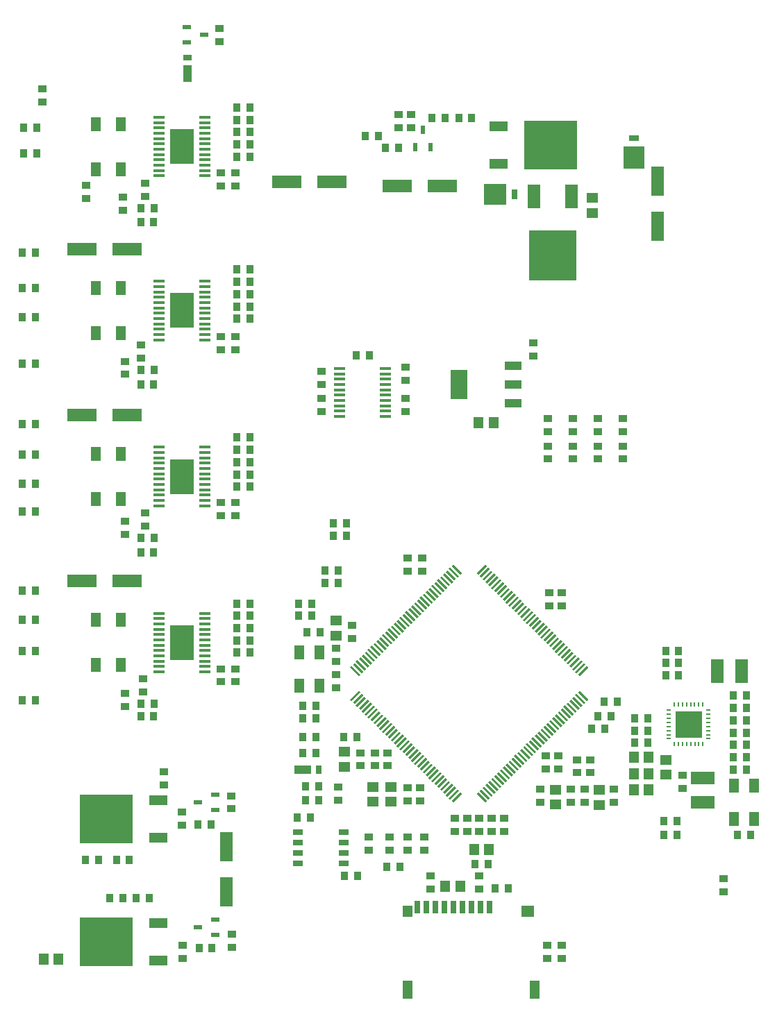
<source format=gtp>
G04 (created by PCBNEW (2013-05-18 BZR 4017)-stable) date Fri 14 Aug 2015 10:59:20 BST*
%MOIN*%
G04 Gerber Fmt 3.4, Leading zero omitted, Abs format*
%FSLAX34Y34*%
G01*
G70*
G90*
G04 APERTURE LIST*
%ADD10C,0.00590551*%
%ADD11R,0.0472X0.0866*%
%ADD12R,0.0472X0.0551*%
%ADD13R,0.063X0.0551*%
%ADD14R,0.0276X0.063*%
%ADD15R,0.063X0.1181*%
%ADD16R,0.2283X0.2441*%
%ADD17R,0.0579X0.0165*%
%ADD18R,0.1181X0.1701*%
%ADD19R,0.0394X0.0236*%
%ADD20R,0.0236X0.0394*%
%ADD21R,0.08X0.144*%
%ADD22R,0.08X0.04*%
%ADD23R,0.1417X0.063*%
%ADD24R,0.063X0.1417*%
%ADD25R,0.0374X0.0394*%
%ADD26R,0.0394X0.0374*%
%ADD27R,0.0453X0.0709*%
%ADD28R,0.0453X0.0571*%
%ADD29R,0.0571X0.0453*%
%ADD30R,0.0906X0.0512*%
%ADD31R,0.2559X0.2323*%
%ADD32R,0.1142X0.0591*%
%ADD33R,0.0591X0.1142*%
%ADD34R,0.0787X0.0433*%
%ADD35R,0.0315X0.0433*%
%ADD36R,0.05X0.025*%
%ADD37R,0.0098X0.0236*%
%ADD38R,0.0236X0.0098*%
%ADD39R,0.1299X0.1299*%
%ADD40R,0.1X0.1051*%
%ADD41R,0.05X0.03*%
%ADD42R,0.1051X0.1*%
%ADD43R,0.03X0.05*%
%ADD44R,0.0472X0.0709*%
%ADD45R,0.0433X0.0787*%
%ADD46R,0.0433X0.0315*%
G04 APERTURE END LIST*
G54D10*
G54D11*
X23030Y2027D03*
X29132Y2027D03*
G54D12*
X23030Y5807D03*
G54D13*
X28778Y5807D03*
G54D14*
X26947Y6004D03*
X26514Y6004D03*
X26081Y6004D03*
X25648Y6004D03*
X25215Y6004D03*
X24782Y6004D03*
X24349Y6004D03*
X23916Y6004D03*
X23483Y6004D03*
G54D15*
X30890Y40115D03*
G54D16*
X29990Y37288D03*
G54D15*
X29090Y40115D03*
G54D17*
X13303Y34515D03*
X13303Y34771D03*
X13303Y35027D03*
X13303Y35283D03*
X11101Y33751D03*
X13303Y33747D03*
X13303Y34003D03*
X13303Y34259D03*
X11099Y35539D03*
X11099Y35283D03*
X11099Y35027D03*
X11099Y34771D03*
X11099Y34515D03*
X11099Y34259D03*
X13303Y35539D03*
X11101Y34003D03*
X13303Y33491D03*
X13303Y35795D03*
X11099Y35795D03*
X11099Y33491D03*
X13303Y33236D03*
X13303Y36050D03*
X11099Y36050D03*
X11099Y33236D03*
G54D18*
X12201Y34643D03*
G54D17*
X13302Y26542D03*
X13302Y26798D03*
X13302Y27054D03*
X13302Y27310D03*
X11100Y25778D03*
X13302Y25774D03*
X13302Y26030D03*
X13302Y26286D03*
X11098Y27566D03*
X11098Y27310D03*
X11098Y27054D03*
X11098Y26798D03*
X11098Y26542D03*
X11098Y26286D03*
X13302Y27566D03*
X11100Y26030D03*
X13302Y25518D03*
X13302Y27822D03*
X11098Y27822D03*
X11098Y25518D03*
X13302Y25263D03*
X13302Y28077D03*
X11098Y28077D03*
X11098Y25263D03*
G54D18*
X12200Y26670D03*
G54D17*
X13302Y18571D03*
X13302Y18827D03*
X13302Y19083D03*
X13302Y19339D03*
X11100Y17807D03*
X13302Y17803D03*
X13302Y18059D03*
X13302Y18315D03*
X11098Y19595D03*
X11098Y19339D03*
X11098Y19083D03*
X11098Y18827D03*
X11098Y18571D03*
X11098Y18315D03*
X13302Y19595D03*
X11100Y18059D03*
X13302Y17547D03*
X13302Y19851D03*
X11098Y19851D03*
X11098Y17547D03*
X13302Y17292D03*
X13302Y20106D03*
X11098Y20106D03*
X11098Y17292D03*
G54D18*
X12200Y18699D03*
G54D17*
X13304Y42391D03*
X13304Y42647D03*
X13304Y42903D03*
X13304Y43159D03*
X11102Y41627D03*
X13304Y41623D03*
X13304Y41879D03*
X13304Y42135D03*
X11100Y43415D03*
X11100Y43159D03*
X11100Y42903D03*
X11100Y42647D03*
X11100Y42391D03*
X11100Y42135D03*
X13304Y43415D03*
X11102Y41879D03*
X13304Y41367D03*
X13304Y43671D03*
X11100Y43671D03*
X11100Y41367D03*
X13304Y41112D03*
X13304Y43926D03*
X11100Y43926D03*
X11100Y41112D03*
G54D18*
X12202Y42519D03*
G54D17*
X19762Y30837D03*
X19762Y30581D03*
X19762Y30325D03*
X19762Y30069D03*
X21964Y31601D03*
X19762Y31605D03*
X19762Y31349D03*
X19762Y31093D03*
X21966Y29813D03*
X21966Y30069D03*
X21966Y30325D03*
X21966Y30581D03*
X21966Y30837D03*
X21966Y31093D03*
X19762Y29813D03*
X21964Y31349D03*
X19762Y31861D03*
X19762Y29557D03*
X21966Y29557D03*
X21966Y31861D03*
G54D19*
X13800Y4645D03*
X12968Y5020D03*
X13800Y5395D03*
X13800Y10649D03*
X12968Y11024D03*
X13800Y11399D03*
G54D20*
X23383Y42478D03*
X23758Y43310D03*
X24133Y42478D03*
G54D21*
X25509Y31106D03*
G54D22*
X28109Y31106D03*
X28109Y32006D03*
X28109Y30206D03*
G54D23*
X17217Y40838D03*
X19383Y40838D03*
X9546Y21654D03*
X7380Y21654D03*
X9546Y37598D03*
X7380Y37598D03*
X9546Y29626D03*
X7380Y29626D03*
G54D24*
X35029Y40855D03*
X35029Y38689D03*
G54D25*
X35411Y18307D03*
X36041Y18307D03*
X39288Y16142D03*
X38658Y16142D03*
X39288Y15551D03*
X38658Y15551D03*
X35411Y17717D03*
X36041Y17717D03*
X35411Y17126D03*
X36041Y17126D03*
X39288Y14370D03*
X38658Y14370D03*
X39288Y14961D03*
X38658Y14961D03*
X33934Y14469D03*
X34564Y14469D03*
X33934Y15059D03*
X34564Y15059D03*
X38658Y13189D03*
X39288Y13189D03*
G54D26*
X22600Y43423D03*
X22600Y44053D03*
X23200Y43423D03*
X23200Y44053D03*
X12202Y9921D03*
X12202Y10551D03*
X18896Y29803D03*
X18896Y30433D03*
G54D25*
X22665Y7938D03*
X22035Y7938D03*
X20096Y23819D03*
X19466Y23819D03*
G54D26*
X19700Y11123D03*
X19700Y11753D03*
G54D25*
X17990Y14173D03*
X18620Y14173D03*
X17990Y13386D03*
X18620Y13386D03*
X39289Y13780D03*
X38659Y13780D03*
X33934Y13878D03*
X34564Y13878D03*
G54D26*
X29722Y4154D03*
X29722Y3524D03*
X30411Y3524D03*
X30411Y4154D03*
G54D25*
X13601Y9942D03*
X12971Y9942D03*
X13640Y4016D03*
X13010Y4016D03*
G54D26*
X12222Y4154D03*
X12222Y3524D03*
X18896Y31713D03*
X18896Y31083D03*
G54D25*
X19703Y21555D03*
X19073Y21555D03*
G54D26*
X31159Y12441D03*
X31159Y13071D03*
G54D25*
X18423Y19980D03*
X17793Y19980D03*
X38856Y9449D03*
X39486Y9449D03*
X39289Y12598D03*
X38659Y12598D03*
X35313Y10138D03*
X35943Y10138D03*
X35313Y9449D03*
X35943Y9449D03*
X19703Y22146D03*
X19073Y22146D03*
X20096Y24409D03*
X19466Y24409D03*
G54D26*
X31789Y12441D03*
X31789Y13071D03*
G54D25*
X18423Y20571D03*
X17793Y20571D03*
G54D26*
X9447Y31575D03*
X9447Y32205D03*
G54D25*
X15470Y35433D03*
X14840Y35433D03*
X14841Y34839D03*
X15471Y34839D03*
X18620Y15650D03*
X17990Y15650D03*
X14840Y34252D03*
X15470Y34252D03*
G54D26*
X14762Y33382D03*
X14762Y32752D03*
G54D25*
X14840Y36024D03*
X15470Y36024D03*
G54D26*
X14073Y32752D03*
X14073Y33382D03*
X9447Y15630D03*
X9447Y16260D03*
G54D25*
X15470Y19390D03*
X14840Y19390D03*
X14839Y18796D03*
X15469Y18796D03*
G54D26*
X21159Y9370D03*
X21159Y8740D03*
G54D25*
X14840Y18209D03*
X15470Y18209D03*
G54D26*
X14760Y17438D03*
X14760Y16808D03*
G54D25*
X14840Y19980D03*
X15470Y19980D03*
G54D26*
X14071Y16808D03*
X14071Y17438D03*
X9348Y39449D03*
X9348Y40079D03*
G54D25*
X15470Y43209D03*
X14840Y43209D03*
X14842Y42617D03*
X15472Y42617D03*
X14840Y42028D03*
X15470Y42028D03*
G54D26*
X14763Y41258D03*
X14763Y40628D03*
G54D25*
X14840Y43799D03*
X15470Y43799D03*
G54D26*
X14074Y40628D03*
X14074Y41258D03*
X9447Y23898D03*
X9447Y24528D03*
G54D25*
X15470Y27362D03*
X14840Y27362D03*
X14840Y26768D03*
X15470Y26768D03*
X14840Y26181D03*
X15470Y26181D03*
G54D26*
X14761Y25410D03*
X14761Y24780D03*
G54D25*
X14840Y27953D03*
X15470Y27953D03*
G54D26*
X14072Y24780D03*
X14072Y25410D03*
X22144Y9370D03*
X22144Y8740D03*
G54D27*
X9250Y41437D03*
X8068Y41437D03*
G54D28*
X33895Y12402D03*
X34603Y12402D03*
X33895Y13189D03*
X34603Y13189D03*
G54D25*
X18135Y11138D03*
X18750Y11138D03*
G54D29*
X35431Y13052D03*
X35431Y12344D03*
G54D28*
X26435Y29248D03*
X27143Y29248D03*
G54D27*
X9250Y25591D03*
X8068Y25591D03*
X9250Y27756D03*
X8068Y27756D03*
X9250Y43602D03*
X8068Y43602D03*
X9250Y33563D03*
X8068Y33563D03*
X9250Y17618D03*
X8068Y17618D03*
X9250Y35728D03*
X8068Y35728D03*
X9250Y19783D03*
X8068Y19783D03*
G54D26*
X22932Y31279D03*
X22932Y31909D03*
G54D30*
X11063Y3431D03*
G54D31*
X8563Y4331D03*
G54D30*
X11063Y5231D03*
X11061Y9336D03*
G54D31*
X8561Y10236D03*
G54D30*
X11061Y11136D03*
X27400Y43488D03*
G54D31*
X29900Y42588D03*
G54D30*
X27400Y41688D03*
G54D25*
X8187Y8268D03*
X7557Y8268D03*
X9985Y6438D03*
X10615Y6438D03*
X24821Y43898D03*
X24191Y43898D03*
X8735Y6438D03*
X9350Y6438D03*
X9663Y8268D03*
X9048Y8268D03*
X26100Y43898D03*
X25485Y43898D03*
G54D26*
X22932Y30432D03*
X22932Y29802D03*
X36218Y12323D03*
X36218Y11693D03*
G54D32*
X37203Y12205D03*
X37203Y11023D03*
G54D33*
X37891Y17323D03*
X39073Y17323D03*
G54D28*
X34604Y11614D03*
X33896Y11614D03*
G54D25*
X10844Y31791D03*
X10214Y31791D03*
X10844Y39567D03*
X10214Y39567D03*
X10844Y15748D03*
X10214Y15748D03*
X10844Y23720D03*
X10214Y23720D03*
X10214Y31102D03*
X10829Y31102D03*
X10214Y38878D03*
X10829Y38878D03*
X10214Y15157D03*
X10829Y15157D03*
X10214Y23031D03*
X10829Y23031D03*
X14840Y28543D03*
X15470Y28543D03*
X14840Y44390D03*
X15470Y44390D03*
X14840Y36614D03*
X15470Y36614D03*
X14840Y20571D03*
X15470Y20571D03*
G54D28*
X25549Y6988D03*
X24841Y6988D03*
G54D34*
X18000Y12588D03*
G54D35*
X18748Y12588D03*
G54D26*
X32911Y11024D03*
X32911Y11654D03*
X30864Y11024D03*
X30864Y11654D03*
G54D25*
X18187Y19193D03*
X18817Y19193D03*
G54D26*
X27655Y10256D03*
X27655Y9626D03*
G54D25*
X26258Y8071D03*
X26888Y8071D03*
G54D26*
X20766Y13406D03*
X20766Y12776D03*
G54D10*
G36*
X25553Y21954D02*
X25135Y22372D01*
X25213Y22450D01*
X25631Y22032D01*
X25553Y21954D01*
X25553Y21954D01*
G37*
G36*
X25414Y21815D02*
X24996Y22232D01*
X25074Y22310D01*
X25492Y21892D01*
X25414Y21815D01*
X25414Y21815D01*
G37*
G36*
X25275Y21675D02*
X24857Y22093D01*
X24935Y22171D01*
X25353Y21753D01*
X25275Y21675D01*
X25275Y21675D01*
G37*
G36*
X25135Y21536D02*
X24718Y21954D01*
X24795Y22032D01*
X25213Y21614D01*
X25135Y21536D01*
X25135Y21536D01*
G37*
G36*
X24996Y21397D02*
X24578Y21815D01*
X24656Y21892D01*
X25074Y21474D01*
X24996Y21397D01*
X24996Y21397D01*
G37*
G36*
X24858Y21258D02*
X24440Y21676D01*
X24517Y21754D01*
X24935Y21336D01*
X24858Y21258D01*
X24858Y21258D01*
G37*
G36*
X24718Y21119D02*
X24300Y21537D01*
X24378Y21614D01*
X24796Y21197D01*
X24718Y21119D01*
X24718Y21119D01*
G37*
G36*
X24579Y20979D02*
X24161Y21397D01*
X24239Y21475D01*
X24657Y21057D01*
X24579Y20979D01*
X24579Y20979D01*
G37*
G36*
X24440Y20840D02*
X24022Y21258D01*
X24100Y21336D01*
X24517Y20918D01*
X24440Y20840D01*
X24440Y20840D01*
G37*
G36*
X24300Y20701D02*
X23882Y21119D01*
X23960Y21197D01*
X24378Y20779D01*
X24300Y20701D01*
X24300Y20701D01*
G37*
G36*
X24161Y20562D02*
X23743Y20979D01*
X23821Y21057D01*
X24239Y20639D01*
X24161Y20562D01*
X24161Y20562D01*
G37*
G36*
X24022Y20423D02*
X23605Y20841D01*
X23682Y20919D01*
X24100Y20501D01*
X24022Y20423D01*
X24022Y20423D01*
G37*
G36*
X23883Y20284D02*
X23465Y20702D01*
X23543Y20779D01*
X23961Y20361D01*
X23883Y20284D01*
X23883Y20284D01*
G37*
G36*
X23744Y20144D02*
X23326Y20562D01*
X23404Y20640D01*
X23822Y20222D01*
X23744Y20144D01*
X23744Y20144D01*
G37*
G36*
X23605Y20005D02*
X23187Y20423D01*
X23264Y20501D01*
X23682Y20083D01*
X23605Y20005D01*
X23605Y20005D01*
G37*
G36*
X23465Y19866D02*
X23047Y20284D01*
X23125Y20361D01*
X23543Y19944D01*
X23465Y19866D01*
X23465Y19866D01*
G37*
G36*
X23326Y19726D02*
X22908Y20144D01*
X22986Y20222D01*
X23404Y19804D01*
X23326Y19726D01*
X23326Y19726D01*
G37*
G36*
X23187Y19587D02*
X22769Y20005D01*
X22847Y20083D01*
X23264Y19665D01*
X23187Y19587D01*
X23187Y19587D01*
G37*
G36*
X23048Y19449D02*
X22630Y19866D01*
X22708Y19944D01*
X23126Y19526D01*
X23048Y19449D01*
X23048Y19449D01*
G37*
G36*
X22909Y19309D02*
X22491Y19727D01*
X22569Y19805D01*
X22987Y19387D01*
X22909Y19309D01*
X22909Y19309D01*
G37*
G36*
X22769Y19170D02*
X22352Y19588D01*
X22429Y19666D01*
X22847Y19248D01*
X22769Y19170D01*
X22769Y19170D01*
G37*
G36*
X22630Y19031D02*
X22212Y19449D01*
X22290Y19526D01*
X22708Y19108D01*
X22630Y19031D01*
X22630Y19031D01*
G37*
G36*
X22491Y18891D02*
X22073Y19309D01*
X22151Y19387D01*
X22569Y18969D01*
X22491Y18891D01*
X22491Y18891D01*
G37*
G36*
X22352Y18752D02*
X21934Y19170D01*
X22011Y19248D01*
X22429Y18830D01*
X22352Y18752D01*
X22352Y18752D01*
G37*
G36*
X22212Y18613D02*
X21794Y19031D01*
X21872Y19108D01*
X22290Y18691D01*
X22212Y18613D01*
X22212Y18613D01*
G37*
G36*
X22074Y18474D02*
X21656Y18892D01*
X21734Y18970D01*
X22151Y18552D01*
X22074Y18474D01*
X22074Y18474D01*
G37*
G36*
X21934Y18335D02*
X21516Y18753D01*
X21594Y18831D01*
X22012Y18413D01*
X21934Y18335D01*
X21934Y18335D01*
G37*
G36*
X21795Y18196D02*
X21377Y18613D01*
X21455Y18691D01*
X21873Y18273D01*
X21795Y18196D01*
X21795Y18196D01*
G37*
G36*
X21656Y18056D02*
X21238Y18474D01*
X21316Y18552D01*
X21734Y18134D01*
X21656Y18056D01*
X21656Y18056D01*
G37*
G36*
X21516Y17917D02*
X21099Y18335D01*
X21176Y18413D01*
X21594Y17995D01*
X21516Y17917D01*
X21516Y17917D01*
G37*
G36*
X21377Y17778D02*
X20959Y18196D01*
X21037Y18273D01*
X21455Y17855D01*
X21377Y17778D01*
X21377Y17778D01*
G37*
G36*
X21239Y17639D02*
X20821Y18057D01*
X20898Y18135D01*
X21316Y17717D01*
X21239Y17639D01*
X21239Y17639D01*
G37*
G36*
X21099Y17500D02*
X20681Y17918D01*
X20759Y17995D01*
X21177Y17578D01*
X21099Y17500D01*
X21099Y17500D01*
G37*
G36*
X20960Y17360D02*
X20542Y17778D01*
X20620Y17856D01*
X21038Y17438D01*
X20960Y17360D01*
X20960Y17360D01*
G37*
G36*
X20821Y17221D02*
X20403Y17639D01*
X20481Y17717D01*
X20898Y17299D01*
X20821Y17221D01*
X20821Y17221D01*
G37*
G36*
X20681Y17082D02*
X20263Y17500D01*
X20341Y17578D01*
X20759Y17160D01*
X20681Y17082D01*
X20681Y17082D01*
G37*
G36*
X26750Y11013D02*
X26332Y11431D01*
X26410Y11509D01*
X26828Y11091D01*
X26750Y11013D01*
X26750Y11013D01*
G37*
G36*
X26889Y11153D02*
X26471Y11571D01*
X26549Y11648D01*
X26967Y11231D01*
X26889Y11153D01*
X26889Y11153D01*
G37*
G36*
X27028Y11292D02*
X26610Y11710D01*
X26688Y11788D01*
X27106Y11370D01*
X27028Y11292D01*
X27028Y11292D01*
G37*
G36*
X27168Y11431D02*
X26750Y11849D01*
X26828Y11927D01*
X27245Y11509D01*
X27168Y11431D01*
X27168Y11431D01*
G37*
G36*
X27307Y11571D02*
X26889Y11989D01*
X26967Y12066D01*
X27385Y11648D01*
X27307Y11571D01*
X27307Y11571D01*
G37*
G36*
X27446Y11709D02*
X27028Y12127D01*
X27105Y12205D01*
X27523Y11787D01*
X27446Y11709D01*
X27446Y11709D01*
G37*
G36*
X27585Y11849D02*
X27167Y12266D01*
X27245Y12344D01*
X27663Y11926D01*
X27585Y11849D01*
X27585Y11849D01*
G37*
G36*
X27724Y11988D02*
X27306Y12406D01*
X27384Y12484D01*
X27802Y12066D01*
X27724Y11988D01*
X27724Y11988D01*
G37*
G36*
X27863Y12127D02*
X27446Y12545D01*
X27523Y12623D01*
X27941Y12205D01*
X27863Y12127D01*
X27863Y12127D01*
G37*
G36*
X28003Y12266D02*
X27585Y12684D01*
X27663Y12762D01*
X28081Y12344D01*
X28003Y12266D01*
X28003Y12266D01*
G37*
G36*
X28142Y12406D02*
X27724Y12824D01*
X27802Y12901D01*
X28220Y12484D01*
X28142Y12406D01*
X28142Y12406D01*
G37*
G36*
X28281Y12544D02*
X27863Y12962D01*
X27941Y13040D01*
X28358Y12622D01*
X28281Y12544D01*
X28281Y12544D01*
G37*
G36*
X28420Y12684D02*
X28002Y13102D01*
X28080Y13179D01*
X28498Y12761D01*
X28420Y12684D01*
X28420Y12684D01*
G37*
G36*
X28559Y12823D02*
X28141Y13241D01*
X28219Y13319D01*
X28637Y12901D01*
X28559Y12823D01*
X28559Y12823D01*
G37*
G36*
X28699Y12962D02*
X28281Y13380D01*
X28358Y13458D01*
X28776Y13040D01*
X28699Y12962D01*
X28699Y12962D01*
G37*
G36*
X28838Y13102D02*
X28420Y13519D01*
X28498Y13597D01*
X28916Y13179D01*
X28838Y13102D01*
X28838Y13102D01*
G37*
G36*
X28977Y13241D02*
X28559Y13659D01*
X28637Y13737D01*
X29055Y13319D01*
X28977Y13241D01*
X28977Y13241D01*
G37*
G36*
X29116Y13380D02*
X28699Y13798D01*
X28776Y13876D01*
X29194Y13458D01*
X29116Y13380D01*
X29116Y13380D01*
G37*
G36*
X29255Y13519D02*
X28837Y13937D01*
X28915Y14014D01*
X29333Y13597D01*
X29255Y13519D01*
X29255Y13519D01*
G37*
G36*
X29394Y13658D02*
X28976Y14076D01*
X29054Y14154D01*
X29472Y13736D01*
X29394Y13658D01*
X29394Y13658D01*
G37*
G36*
X29534Y13797D02*
X29116Y14215D01*
X29194Y14293D01*
X29611Y13875D01*
X29534Y13797D01*
X29534Y13797D01*
G37*
G36*
X29673Y13937D02*
X29255Y14355D01*
X29333Y14432D01*
X29751Y14014D01*
X29673Y13937D01*
X29673Y13937D01*
G37*
G36*
X29812Y14076D02*
X29394Y14494D01*
X29472Y14572D01*
X29890Y14154D01*
X29812Y14076D01*
X29812Y14076D01*
G37*
G36*
X29952Y14215D02*
X29534Y14633D01*
X29611Y14711D01*
X30029Y14293D01*
X29952Y14215D01*
X29952Y14215D01*
G37*
G36*
X30091Y14355D02*
X29673Y14772D01*
X29751Y14850D01*
X30169Y14432D01*
X30091Y14355D01*
X30091Y14355D01*
G37*
G36*
X30229Y14493D02*
X29812Y14911D01*
X29889Y14989D01*
X30307Y14571D01*
X30229Y14493D01*
X30229Y14493D01*
G37*
G36*
X30369Y14632D02*
X29951Y15050D01*
X30029Y15128D01*
X30447Y14710D01*
X30369Y14632D01*
X30369Y14632D01*
G37*
G36*
X30508Y14772D02*
X30090Y15190D01*
X30168Y15267D01*
X30586Y14850D01*
X30508Y14772D01*
X30508Y14772D01*
G37*
G36*
X30647Y14911D02*
X30229Y15329D01*
X30307Y15407D01*
X30725Y14989D01*
X30647Y14911D01*
X30647Y14911D01*
G37*
G36*
X30787Y15050D02*
X30369Y15468D01*
X30447Y15546D01*
X30864Y15128D01*
X30787Y15050D01*
X30787Y15050D01*
G37*
G36*
X30926Y15190D02*
X30508Y15608D01*
X30586Y15685D01*
X31004Y15267D01*
X30926Y15190D01*
X30926Y15190D01*
G37*
G36*
X31065Y15328D02*
X30647Y15746D01*
X30724Y15824D01*
X31142Y15406D01*
X31065Y15328D01*
X31065Y15328D01*
G37*
G36*
X31204Y15468D02*
X30786Y15885D01*
X30864Y15963D01*
X31282Y15545D01*
X31204Y15468D01*
X31204Y15468D01*
G37*
G36*
X31343Y15607D02*
X30925Y16025D01*
X31003Y16103D01*
X31421Y15685D01*
X31343Y15607D01*
X31343Y15607D01*
G37*
G36*
X31482Y15746D02*
X31065Y16164D01*
X31142Y16242D01*
X31560Y15824D01*
X31482Y15746D01*
X31482Y15746D01*
G37*
G36*
X31622Y15885D02*
X31204Y16303D01*
X31282Y16381D01*
X31700Y15963D01*
X31622Y15885D01*
X31622Y15885D01*
G37*
G36*
X20341Y15885D02*
X20263Y15963D01*
X20681Y16381D01*
X20759Y16303D01*
X20341Y15885D01*
X20341Y15885D01*
G37*
G36*
X20481Y15746D02*
X20403Y15824D01*
X20821Y16242D01*
X20898Y16164D01*
X20481Y15746D01*
X20481Y15746D01*
G37*
G36*
X20620Y15607D02*
X20542Y15685D01*
X20960Y16103D01*
X21038Y16025D01*
X20620Y15607D01*
X20620Y15607D01*
G37*
G36*
X20759Y15468D02*
X20681Y15545D01*
X21099Y15963D01*
X21177Y15885D01*
X20759Y15468D01*
X20759Y15468D01*
G37*
G36*
X20898Y15328D02*
X20821Y15406D01*
X21239Y15824D01*
X21316Y15746D01*
X20898Y15328D01*
X20898Y15328D01*
G37*
G36*
X21037Y15190D02*
X20959Y15267D01*
X21377Y15685D01*
X21455Y15608D01*
X21037Y15190D01*
X21037Y15190D01*
G37*
G36*
X21176Y15050D02*
X21099Y15128D01*
X21516Y15546D01*
X21594Y15468D01*
X21176Y15050D01*
X21176Y15050D01*
G37*
G36*
X21316Y14911D02*
X21238Y14989D01*
X21656Y15407D01*
X21734Y15329D01*
X21316Y14911D01*
X21316Y14911D01*
G37*
G36*
X21455Y14772D02*
X21377Y14850D01*
X21795Y15267D01*
X21873Y15190D01*
X21455Y14772D01*
X21455Y14772D01*
G37*
G36*
X21594Y14632D02*
X21516Y14710D01*
X21934Y15128D01*
X22012Y15050D01*
X21594Y14632D01*
X21594Y14632D01*
G37*
G36*
X21734Y14493D02*
X21656Y14571D01*
X22074Y14989D01*
X22151Y14911D01*
X21734Y14493D01*
X21734Y14493D01*
G37*
G36*
X21872Y14355D02*
X21794Y14432D01*
X22212Y14850D01*
X22290Y14772D01*
X21872Y14355D01*
X21872Y14355D01*
G37*
G36*
X22011Y14215D02*
X21934Y14293D01*
X22352Y14711D01*
X22429Y14633D01*
X22011Y14215D01*
X22011Y14215D01*
G37*
G36*
X22151Y14076D02*
X22073Y14154D01*
X22491Y14572D01*
X22569Y14494D01*
X22151Y14076D01*
X22151Y14076D01*
G37*
G36*
X22290Y13937D02*
X22212Y14014D01*
X22630Y14432D01*
X22708Y14355D01*
X22290Y13937D01*
X22290Y13937D01*
G37*
G36*
X22429Y13797D02*
X22352Y13875D01*
X22769Y14293D01*
X22847Y14215D01*
X22429Y13797D01*
X22429Y13797D01*
G37*
G36*
X22569Y13658D02*
X22491Y13736D01*
X22909Y14154D01*
X22987Y14076D01*
X22569Y13658D01*
X22569Y13658D01*
G37*
G36*
X22708Y13519D02*
X22630Y13597D01*
X23048Y14014D01*
X23126Y13937D01*
X22708Y13519D01*
X22708Y13519D01*
G37*
G36*
X22847Y13380D02*
X22769Y13458D01*
X23187Y13876D01*
X23264Y13798D01*
X22847Y13380D01*
X22847Y13380D01*
G37*
G36*
X22986Y13241D02*
X22908Y13319D01*
X23326Y13737D01*
X23404Y13659D01*
X22986Y13241D01*
X22986Y13241D01*
G37*
G36*
X23125Y13102D02*
X23047Y13179D01*
X23465Y13597D01*
X23543Y13519D01*
X23125Y13102D01*
X23125Y13102D01*
G37*
G36*
X23264Y12962D02*
X23187Y13040D01*
X23605Y13458D01*
X23682Y13380D01*
X23264Y12962D01*
X23264Y12962D01*
G37*
G36*
X23404Y12823D02*
X23326Y12901D01*
X23744Y13319D01*
X23822Y13241D01*
X23404Y12823D01*
X23404Y12823D01*
G37*
G36*
X23543Y12684D02*
X23465Y12761D01*
X23883Y13179D01*
X23961Y13102D01*
X23543Y12684D01*
X23543Y12684D01*
G37*
G36*
X23682Y12544D02*
X23605Y12622D01*
X24022Y13040D01*
X24100Y12962D01*
X23682Y12544D01*
X23682Y12544D01*
G37*
G36*
X23821Y12406D02*
X23743Y12484D01*
X24161Y12901D01*
X24239Y12824D01*
X23821Y12406D01*
X23821Y12406D01*
G37*
G36*
X23960Y12266D02*
X23882Y12344D01*
X24300Y12762D01*
X24378Y12684D01*
X23960Y12266D01*
X23960Y12266D01*
G37*
G36*
X24100Y12127D02*
X24022Y12205D01*
X24440Y12623D01*
X24517Y12545D01*
X24100Y12127D01*
X24100Y12127D01*
G37*
G36*
X24239Y11988D02*
X24161Y12066D01*
X24579Y12484D01*
X24657Y12406D01*
X24239Y11988D01*
X24239Y11988D01*
G37*
G36*
X24378Y11849D02*
X24300Y11926D01*
X24718Y12344D01*
X24796Y12266D01*
X24378Y11849D01*
X24378Y11849D01*
G37*
G36*
X24517Y11709D02*
X24440Y11787D01*
X24858Y12205D01*
X24935Y12127D01*
X24517Y11709D01*
X24517Y11709D01*
G37*
G36*
X24656Y11571D02*
X24578Y11648D01*
X24996Y12066D01*
X25074Y11989D01*
X24656Y11571D01*
X24656Y11571D01*
G37*
G36*
X24795Y11431D02*
X24718Y11509D01*
X25135Y11927D01*
X25213Y11849D01*
X24795Y11431D01*
X24795Y11431D01*
G37*
G36*
X24935Y11292D02*
X24857Y11370D01*
X25275Y11788D01*
X25353Y11710D01*
X24935Y11292D01*
X24935Y11292D01*
G37*
G36*
X25074Y11153D02*
X24996Y11231D01*
X25414Y11648D01*
X25492Y11571D01*
X25074Y11153D01*
X25074Y11153D01*
G37*
G36*
X25213Y11013D02*
X25135Y11091D01*
X25553Y11509D01*
X25631Y11431D01*
X25213Y11013D01*
X25213Y11013D01*
G37*
G36*
X31282Y17082D02*
X31204Y17160D01*
X31622Y17578D01*
X31700Y17500D01*
X31282Y17082D01*
X31282Y17082D01*
G37*
G36*
X31142Y17221D02*
X31065Y17299D01*
X31482Y17717D01*
X31560Y17639D01*
X31142Y17221D01*
X31142Y17221D01*
G37*
G36*
X31003Y17360D02*
X30925Y17438D01*
X31343Y17856D01*
X31421Y17778D01*
X31003Y17360D01*
X31003Y17360D01*
G37*
G36*
X30864Y17500D02*
X30786Y17578D01*
X31204Y17995D01*
X31282Y17918D01*
X30864Y17500D01*
X30864Y17500D01*
G37*
G36*
X30724Y17639D02*
X30647Y17717D01*
X31065Y18135D01*
X31142Y18057D01*
X30724Y17639D01*
X30724Y17639D01*
G37*
G36*
X30586Y17778D02*
X30508Y17855D01*
X30926Y18273D01*
X31004Y18196D01*
X30586Y17778D01*
X30586Y17778D01*
G37*
G36*
X30447Y17917D02*
X30369Y17995D01*
X30787Y18413D01*
X30864Y18335D01*
X30447Y17917D01*
X30447Y17917D01*
G37*
G36*
X30307Y18056D02*
X30229Y18134D01*
X30647Y18552D01*
X30725Y18474D01*
X30307Y18056D01*
X30307Y18056D01*
G37*
G36*
X30168Y18196D02*
X30090Y18273D01*
X30508Y18691D01*
X30586Y18613D01*
X30168Y18196D01*
X30168Y18196D01*
G37*
G36*
X30029Y18335D02*
X29951Y18413D01*
X30369Y18831D01*
X30447Y18753D01*
X30029Y18335D01*
X30029Y18335D01*
G37*
G36*
X29889Y18474D02*
X29812Y18552D01*
X30229Y18970D01*
X30307Y18892D01*
X29889Y18474D01*
X29889Y18474D01*
G37*
G36*
X29751Y18613D02*
X29673Y18691D01*
X30091Y19108D01*
X30169Y19031D01*
X29751Y18613D01*
X29751Y18613D01*
G37*
G36*
X29611Y18752D02*
X29534Y18830D01*
X29952Y19248D01*
X30029Y19170D01*
X29611Y18752D01*
X29611Y18752D01*
G37*
G36*
X29472Y18891D02*
X29394Y18969D01*
X29812Y19387D01*
X29890Y19309D01*
X29472Y18891D01*
X29472Y18891D01*
G37*
G36*
X29333Y19031D02*
X29255Y19108D01*
X29673Y19526D01*
X29751Y19449D01*
X29333Y19031D01*
X29333Y19031D01*
G37*
G36*
X29194Y19170D02*
X29116Y19248D01*
X29534Y19666D01*
X29611Y19588D01*
X29194Y19170D01*
X29194Y19170D01*
G37*
G36*
X29054Y19309D02*
X28976Y19387D01*
X29394Y19805D01*
X29472Y19727D01*
X29054Y19309D01*
X29054Y19309D01*
G37*
G36*
X28915Y19449D02*
X28837Y19526D01*
X29255Y19944D01*
X29333Y19866D01*
X28915Y19449D01*
X28915Y19449D01*
G37*
G36*
X28776Y19587D02*
X28699Y19665D01*
X29116Y20083D01*
X29194Y20005D01*
X28776Y19587D01*
X28776Y19587D01*
G37*
G36*
X28637Y19726D02*
X28559Y19804D01*
X28977Y20222D01*
X29055Y20144D01*
X28637Y19726D01*
X28637Y19726D01*
G37*
G36*
X28498Y19866D02*
X28420Y19944D01*
X28838Y20361D01*
X28916Y20284D01*
X28498Y19866D01*
X28498Y19866D01*
G37*
G36*
X28358Y20005D02*
X28281Y20083D01*
X28699Y20501D01*
X28776Y20423D01*
X28358Y20005D01*
X28358Y20005D01*
G37*
G36*
X28219Y20144D02*
X28141Y20222D01*
X28559Y20640D01*
X28637Y20562D01*
X28219Y20144D01*
X28219Y20144D01*
G37*
G36*
X28080Y20284D02*
X28002Y20361D01*
X28420Y20779D01*
X28498Y20702D01*
X28080Y20284D01*
X28080Y20284D01*
G37*
G36*
X27941Y20423D02*
X27863Y20501D01*
X28281Y20919D01*
X28358Y20841D01*
X27941Y20423D01*
X27941Y20423D01*
G37*
G36*
X27802Y20562D02*
X27724Y20639D01*
X28142Y21057D01*
X28220Y20979D01*
X27802Y20562D01*
X27802Y20562D01*
G37*
G36*
X27663Y20701D02*
X27585Y20779D01*
X28003Y21197D01*
X28081Y21119D01*
X27663Y20701D01*
X27663Y20701D01*
G37*
G36*
X27523Y20840D02*
X27446Y20918D01*
X27863Y21336D01*
X27941Y21258D01*
X27523Y20840D01*
X27523Y20840D01*
G37*
G36*
X27384Y20979D02*
X27306Y21057D01*
X27724Y21475D01*
X27802Y21397D01*
X27384Y20979D01*
X27384Y20979D01*
G37*
G36*
X27245Y21119D02*
X27167Y21197D01*
X27585Y21614D01*
X27663Y21537D01*
X27245Y21119D01*
X27245Y21119D01*
G37*
G36*
X27105Y21258D02*
X27028Y21336D01*
X27446Y21754D01*
X27523Y21676D01*
X27105Y21258D01*
X27105Y21258D01*
G37*
G36*
X26967Y21397D02*
X26889Y21474D01*
X27307Y21892D01*
X27385Y21815D01*
X26967Y21397D01*
X26967Y21397D01*
G37*
G36*
X26828Y21536D02*
X26750Y21614D01*
X27168Y22032D01*
X27245Y21954D01*
X26828Y21536D01*
X26828Y21536D01*
G37*
G36*
X26688Y21675D02*
X26610Y21753D01*
X27028Y22171D01*
X27106Y22093D01*
X26688Y21675D01*
X26688Y21675D01*
G37*
G36*
X26549Y21815D02*
X26471Y21892D01*
X26889Y22310D01*
X26967Y22232D01*
X26549Y21815D01*
X26549Y21815D01*
G37*
G36*
X26410Y21954D02*
X26332Y22032D01*
X26750Y22450D01*
X26828Y22372D01*
X26410Y21954D01*
X26410Y21954D01*
G37*
G54D29*
X21356Y11771D03*
X21356Y11063D03*
X19585Y19036D03*
X19585Y19744D03*
G54D28*
X26219Y8760D03*
X26927Y8760D03*
G54D29*
X19978Y13445D03*
X19978Y12737D03*
X30116Y11634D03*
X30116Y10926D03*
X32222Y11614D03*
X32222Y10906D03*
G54D25*
X31868Y14567D03*
X32498Y14567D03*
X18765Y11788D03*
X18135Y11788D03*
G54D26*
X19585Y17795D03*
X19585Y18425D03*
X19585Y17146D03*
X19585Y16516D03*
X23620Y11732D03*
X23620Y11102D03*
G54D25*
X32163Y15157D03*
X32793Y15157D03*
G54D26*
X29821Y20453D03*
X29821Y21083D03*
X30411Y20453D03*
X30411Y21083D03*
X21455Y13406D03*
X21455Y12776D03*
X23029Y11732D03*
X23029Y11102D03*
X22045Y13406D03*
X22045Y12776D03*
X20372Y18878D03*
X20372Y19508D03*
X23029Y22126D03*
X23029Y22756D03*
G54D25*
X18620Y15059D03*
X17990Y15059D03*
G54D26*
X27065Y10256D03*
X27065Y9626D03*
X23029Y9370D03*
X23029Y8740D03*
X25884Y10256D03*
X25884Y9626D03*
X23718Y22126D03*
X23718Y22756D03*
G54D25*
X20588Y14173D03*
X19958Y14173D03*
G54D26*
X26474Y9626D03*
X26474Y10256D03*
G54D29*
X22242Y11771D03*
X22242Y11063D03*
G54D25*
X20550Y32480D03*
X21180Y32480D03*
G54D36*
X19950Y8088D03*
X19950Y8588D03*
X19950Y9088D03*
X19950Y9588D03*
X17750Y9588D03*
X17750Y9088D03*
X17750Y8588D03*
X17750Y8088D03*
G54D25*
X20615Y7488D03*
X19985Y7488D03*
X17735Y10288D03*
X18365Y10288D03*
G54D26*
X14000Y48203D03*
X14000Y47573D03*
G54D37*
X35826Y13820D03*
X36023Y13820D03*
X36220Y13820D03*
X36417Y13820D03*
X36613Y13820D03*
X36810Y13820D03*
X37007Y13820D03*
X37204Y13820D03*
G54D38*
X37460Y14862D03*
X37460Y15058D03*
X37460Y15255D03*
X37460Y15452D03*
G54D39*
X36514Y14764D03*
G54D38*
X37460Y14075D03*
X37460Y14272D03*
X37460Y14469D03*
X37460Y14665D03*
G54D37*
X37202Y15708D03*
X37005Y15709D03*
X36809Y15709D03*
X36612Y15709D03*
X36415Y15709D03*
X36218Y15709D03*
X36021Y15709D03*
X35824Y15709D03*
G54D38*
X35569Y15453D03*
X35569Y15256D03*
X35569Y15059D03*
X35569Y14863D03*
X35569Y14666D03*
X35569Y14469D03*
X35569Y14272D03*
X35569Y14075D03*
G54D25*
X5165Y29188D03*
X4535Y29188D03*
G54D40*
X33896Y41988D03*
G54D41*
X33896Y42914D03*
G54D42*
X27230Y40228D03*
G54D43*
X28156Y40228D03*
G54D26*
X10234Y32362D03*
X10234Y32992D03*
X10431Y40138D03*
X10431Y40768D03*
X10333Y16319D03*
X10333Y16949D03*
X10431Y24291D03*
X10431Y24921D03*
G54D44*
X38699Y11811D03*
X38699Y10237D03*
X39643Y10237D03*
X39643Y11811D03*
X18777Y16634D03*
X18777Y18208D03*
X17833Y18208D03*
X17833Y16634D03*
G54D26*
X25293Y10256D03*
X25293Y9626D03*
X23817Y9370D03*
X23817Y8740D03*
G54D25*
X27242Y6890D03*
X27872Y6890D03*
G54D26*
X26474Y6870D03*
X26474Y7500D03*
G54D25*
X32458Y15846D03*
X33088Y15846D03*
G54D26*
X24112Y6870D03*
X24112Y7500D03*
G54D19*
X12434Y48263D03*
X13266Y47888D03*
X12434Y47513D03*
G54D25*
X22596Y42441D03*
X21966Y42441D03*
G54D26*
X14565Y10709D03*
X14565Y11339D03*
X14604Y4055D03*
X14604Y4685D03*
X38187Y6732D03*
X38187Y7362D03*
X31514Y11024D03*
X31514Y11654D03*
X29407Y11024D03*
X29407Y11654D03*
G54D23*
X22517Y40638D03*
X24683Y40638D03*
G54D24*
X14329Y8898D03*
X14329Y6732D03*
G54D25*
X5165Y34338D03*
X4535Y34338D03*
X5215Y42188D03*
X4585Y42188D03*
G54D26*
X7600Y40023D03*
X7600Y40653D03*
G54D25*
X5165Y37438D03*
X4535Y37438D03*
X4535Y35738D03*
X5165Y35738D03*
X21615Y43038D03*
X20985Y43038D03*
X4535Y32088D03*
X5165Y32088D03*
X5165Y21188D03*
X4535Y21188D03*
X4535Y19788D03*
X5165Y19788D03*
X5165Y18288D03*
X4535Y18288D03*
X4535Y15938D03*
X5165Y15938D03*
X4585Y43438D03*
X5215Y43438D03*
G54D26*
X30273Y12618D03*
X30273Y13248D03*
X29050Y33103D03*
X29050Y32473D03*
X11333Y12480D03*
X11333Y11850D03*
G54D29*
X31880Y40042D03*
X31880Y39334D03*
G54D25*
X4535Y27738D03*
X5165Y27738D03*
X5165Y26338D03*
X4535Y26338D03*
X4535Y24988D03*
X5165Y24988D03*
G54D26*
X5500Y44673D03*
X5500Y45303D03*
X29644Y13248D03*
X29644Y12618D03*
G54D28*
X6254Y3488D03*
X5546Y3488D03*
G54D26*
X29750Y28823D03*
X29750Y29453D03*
X30950Y28823D03*
X30950Y29453D03*
X32150Y28823D03*
X32150Y29453D03*
X29750Y27523D03*
X29750Y28138D03*
X30950Y27523D03*
X30950Y28138D03*
X32153Y27523D03*
X32153Y28138D03*
X33350Y27523D03*
X33350Y28138D03*
X33350Y29453D03*
X33350Y28838D03*
G54D45*
X12450Y46038D03*
G54D46*
X12450Y46786D03*
M02*

</source>
